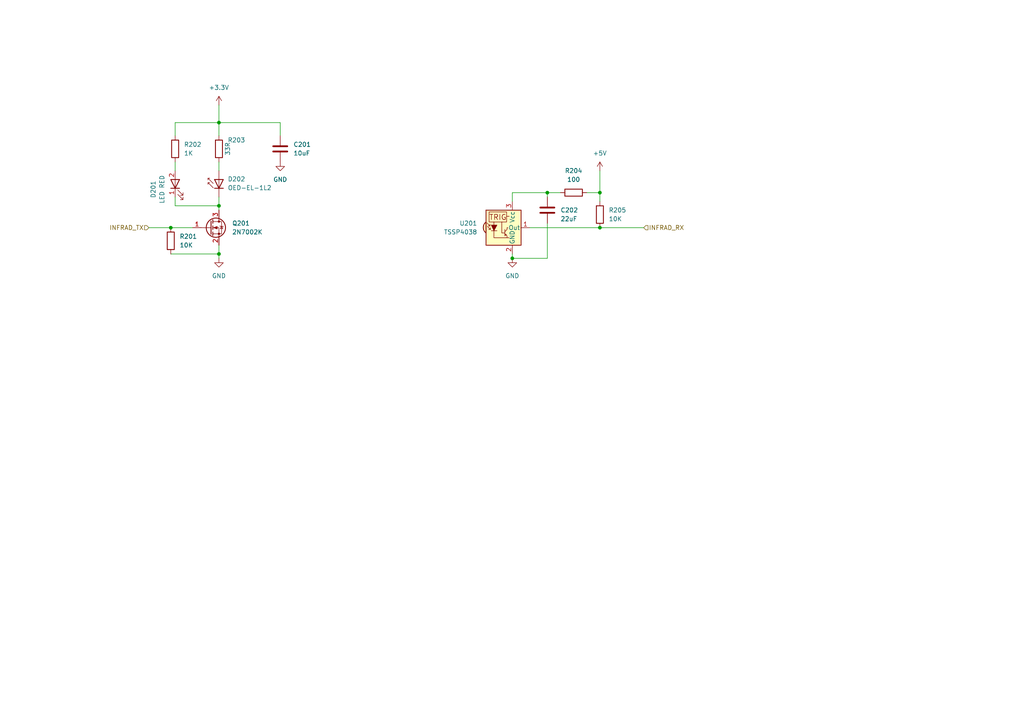
<source format=kicad_sch>
(kicad_sch (version 20230121) (generator eeschema)
  (paper "A4")
  (title_block (title "SDCDMUX-eMMC") (date "2023-08-14") (rev "Rev3") (company "HNZ") (comment 1 "Licensed under CC-BY-SA V4.0") (comment 2 "2023 (C) Hiroshi Nakajima <hnakamiru1103@gmail.com>"))
  (lib_symbols
    (symbol "Device:C" (pin_numbers hide) (pin_names (offset 0.254))
      (property "Reference" "C" (at 0.635 2.54 0))
      (property "Value" "C" (at 0.635 -2.54 0))
      (symbol "C_0_1"
        (polyline (pts (xy -2.032 -0.762) (xy 2.032 -0.762)) (stroke (width 0.508)))
        (polyline (pts (xy -2.032 0.762) (xy 2.032 0.762)) (stroke (width 0.508)))
      )
      (symbol "C_1_1"
        (pin passive line (at 0 3.81 270) (length 2.794) (name "~") (number "1"))
        (pin passive line (at 0 -3.81 90) (length 2.794) (name "~") (number "2"))
      )
    )
    (symbol "Device:LED" (pin_names (offset 1.016) hide)
      (property "Reference" "D" (at 0 2.54 0))
      (property "Value" "LED" (at 0 -2.54 0))
      (symbol "LED_0_1"
        (polyline (pts (xy -1.27 -1.27) (xy -1.27 1.27)) (stroke (width 0.254)))
        (polyline (pts (xy -1.27 0) (xy 1.27 0)))
        (polyline (pts (xy 1.27 -1.27) (xy 1.27 1.27) (xy -1.27 0) (xy 1.27 -1.27)) (stroke (width 0.254)))
        (polyline (pts (xy -3.048 -0.762) (xy -4.572 -2.286) (xy -3.81 -2.286) (xy -4.572 -2.286) (xy -4.572 -1.524)))
        (polyline (pts (xy -1.778 -0.762) (xy -3.302 -2.286) (xy -2.54 -2.286) (xy -3.302 -2.286) (xy -3.302 -1.524)))
      )
      (symbol "LED_1_1"
        (pin passive line (at -3.81 0 0) (length 2.54) (name "K") (number "1"))
        (pin passive line (at 3.81 0 180) (length 2.54) (name "A") (number "2"))
      )
    )
    (symbol "Device:R" (pin_numbers hide) (pin_names (offset 0))
      (property "Reference" "R" (at 2.032 0 90))
      (property "Value" "R" (at 0 0 90))
      (symbol "R_0_1"
        (rectangle (start -1.016 -2.54) (end 1.016 2.54) (stroke (width 0.254)))
      )
      (symbol "R_1_1"
        (pin passive line (at 0 3.81 270) (length 1.27) (name "~") (number "1"))
        (pin passive line (at 0 -3.81 90) (length 1.27) (name "~") (number "2"))
      )
    )
    (symbol "power:+3.3V" (power) (pin_names (offset 0))
      (property "Value" "+3.3V" (at 0 3.556 0))
      (symbol "+3.3V_0_1"
        (polyline (pts (xy -0.762 1.27) (xy 0 2.54)))
        (polyline (pts (xy 0 0) (xy 0 2.54)))
        (polyline (pts (xy 0 2.54) (xy 0.762 1.27)))
      )
      (symbol "+3.3V_1_1"
        (pin power_in line (at 0 0 90) (length 0) hide (name "+3.3V") (number "1"))
      )
    )
    (symbol "power:+5V" (power) (pin_names (offset 0))
      (property "Value" "+5V" (at 0 3.556 0))
      (symbol "+5V_0_1"
        (polyline (pts (xy -0.762 1.27) (xy 0 2.54)))
        (polyline (pts (xy 0 0) (xy 0 2.54)))
        (polyline (pts (xy 0 2.54) (xy 0.762 1.27)))
      )
      (symbol "+5V_1_1"
        (pin power_in line (at 0 0 90) (length 0) hide (name "+5V") (number "1"))
      )
    )
    (symbol "power:GND" (power) (pin_numbers hide) (pin_names (offset 0) hide)
      (property "Value" "GND" (at 0 -3.81 0))
      (symbol "GND_0_1"
        (polyline (pts (xy 0 0) (xy 0 -1.27) (xy 1.27 -1.27) (xy 0 -2.54) (xy -1.27 -1.27) (xy 0 -1.27)))
      )
      (symbol "GND_1_1"
        (pin power_in line (at 0 0 270) (length 0) hide (name "GND") (number "1"))
      )
    )
    (symbol "tbctl:2N7002K" (pin_names hide)
      (property "Reference" "Q" (at 5.08 1.905 0))
      (property "Value" "2N7002K" (at 5.08 0 0))
      (symbol "2N7002K_0_1"
        (polyline (pts (xy 0.254 0) (xy -2.54 0)))
        (polyline (pts (xy 0.254 1.905) (xy 0.254 -1.905)) (stroke (width 0.254)))
        (polyline (pts (xy 0.762 -1.27) (xy 0.762 -2.286)) (stroke (width 0.254)))
        (polyline (pts (xy 0.762 0.508) (xy 0.762 -0.508)) (stroke (width 0.254)))
        (polyline (pts (xy 0.762 2.286) (xy 0.762 1.27)) (stroke (width 0.254)))
        (polyline (pts (xy 2.54 2.54) (xy 2.54 1.778)))
        (polyline (pts (xy 2.54 -2.54) (xy 2.54 0) (xy 0.762 0)))
        (polyline (pts (xy 0.762 -1.778) (xy 3.302 -1.778) (xy 3.302 1.778) (xy 0.762 1.778)))
        (polyline (pts (xy 1.016 0) (xy 2.032 0.381) (xy 2.032 -0.381) (xy 1.016 0)) (fill (type outline)))
        (polyline (pts (xy 2.794 0.508) (xy 2.921 0.381) (xy 3.683 0.381) (xy 3.81 0.254)))
        (polyline (pts (xy 3.302 0.381) (xy 2.921 -0.254) (xy 3.683 -0.254) (xy 3.302 0.381)))
        (circle (center 1.651 0) (radius 2.794) (stroke (width 0.254)))
        (circle (center 2.54 -1.778) (radius 0.254) (fill (type outline)))
        (circle (center 2.54 1.778) (radius 0.254) (fill (type outline)))
      )
      (symbol "2N7002K_1_1"
        (pin input line (at -5.08 0 0) (length 2.54) (name "G") (number "1"))
        (pin passive line (at 2.54 -5.08 90) (length 2.54) (name "S") (number "2"))
        (pin passive line (at 2.54 5.08 270) (length 2.54) (name "D") (number "3"))
      )
    )
    (symbol "tbctl:OSI5LA5113A" (pin_numbers hide) (pin_names (offset 1.016) hide)
      (property "Reference" "D" (at 0.508 1.778 0))
      (property "Value" "OSI5LA5113A" (at -1.016 -2.794 0))
      (symbol "OSI5LA5113A_0_1"
        (polyline (pts (xy -2.54 1.27) (xy -2.54 -1.27)) (stroke (width 0.254)))
        (polyline (pts (xy 0 0) (xy -2.54 0)))
        (polyline (pts (xy 0.381 3.175) (xy -0.127 3.175)))
        (polyline (pts (xy -1.143 1.651) (xy 0.381 3.175) (xy 0.381 2.667)))
        (polyline (pts (xy 0 1.27) (xy -2.54 0) (xy 0 -1.27) (xy 0 1.27)) (stroke (width 0.254)))
        (polyline (pts (xy -2.413 1.651) (xy -0.889 3.175) (xy -0.889 2.667) (xy -0.889 3.175) (xy -1.397 3.175)))
      )
      (symbol "OSI5LA5113A_1_1"
        (pin passive line (at -5.08 0 0) (length 2.54) (name "K") (number "1"))
        (pin passive line (at 2.54 0 180) (length 2.54) (name "A") (number "2"))
      )
    )
    (symbol "tbctl:TSSP4038" (pin_names (offset 0.254))
      (property "Reference" "U" (at -5.08 6.35 0))
      (property "Value" "TSSP4038" (at -10.16 -6.35 0))
      (symbol "TSSP4038_0_0"
        (arc (start -5.08 1.651) (mid -5.8829 0.0688) (end -5.08 -1.524) (stroke (width 0.254)) (fill (type background)))
        (rectangle (start -5.08 5.08) (end 5.08 -5.08) (stroke (width 0.254)) (fill (type background)))
        (polyline (pts (xy 0.889 3.302) (xy 1.651 3.302)))
        (polyline (pts (xy 0.381 -1.778) (xy 1.016 -2.413) (xy 1.016 -2.921)))
        (polyline (pts (xy 0.381 -1.524) (xy -0.508 -1.524) (xy -0.508 1.651)))
        (polyline (pts (xy 1.651 -2.921) (xy -2.794 -2.921) (xy -2.794 1.651)))
        (polyline (pts (xy 0.381 -1.143) (xy 1.016 -0.508) (xy 1.016 0) (xy 1.27 0)))
        (rectangle (start 0.889 4.572) (end -4.191 1.651))
        (text "TRIG" (at -1.651 3.048 0) (effects (font (size 1.524 1.524))))
      )
      (symbol "TSSP4038_0_1"
        (polyline (pts (xy -3.937 0.508) (xy -4.826 1.397)))
        (polyline (pts (xy -3.937 0.508) (xy -4.445 0.508)))
        (polyline (pts (xy -3.937 0.508) (xy -3.937 1.016)))
        (polyline (pts (xy -3.81 -0.508) (xy -4.699 0.381)))
        (polyline (pts (xy -3.81 -0.508) (xy -4.318 -0.508)))
        (polyline (pts (xy -3.81 -0.508) (xy -3.81 0)))
        (polyline (pts (xy -3.556 -0.889) (xy -1.905 -0.889)))
        (polyline (pts (xy 0.381 -0.508) (xy 0.381 -2.413)))
        (polyline (pts (xy 0.508 -2.159) (xy 0.635 -2.159)))
        (polyline (pts (xy 0.762 -2.159) (xy 0.635 -2.159)))
        (polyline (pts (xy 0.762 -2.159) (xy 0.762 -1.905)))
        (polyline (pts (xy -3.556 0.762) (xy -1.905 0.762) (xy -2.794 -0.889) (xy -3.556 0.762)) (fill (type outline)))
      )
      (symbol "TSSP4038_1_1"
        (pin output line (at 7.62 0 180) (length 2.54) (name "Out") (number "1"))
        (pin power_in line (at 2.54 -7.62 90) (length 2.54) (name "GND") (number "2"))
        (pin power_in line (at 2.54 7.62 270) (length 2.54) (name "Vcc") (number "3"))
      )
    )
  )
  (junction (at 173.99 55.88))
  (junction (at 63.5 73.66))
  (junction (at 148.59 74.93))
  (junction (at 173.99 66.04))
  (junction (at 49.53 66.04))
  (junction (at 63.5 59.69))
  (junction (at 158.75 55.88))
  (junction (at 63.5 35.56))
  (wire (pts (xy 63.5 59.69) (xy 63.5 60.96)))
  (wire (pts (xy 49.53 73.66) (xy 63.5 73.66)))
  (wire (pts (xy 173.99 49.53) (xy 173.99 55.88)))
  (wire (pts (xy 158.75 55.88) (xy 148.59 55.88)))
  (wire (pts (xy 173.99 58.42) (xy 173.99 55.88)))
  (wire (pts (xy 148.59 73.66) (xy 148.59 74.93)))
  (wire (pts (xy 63.5 35.56) (xy 81.28 35.56)))
  (wire (pts (xy 148.59 55.88) (xy 148.59 58.42)))
  (wire (pts (xy 63.5 39.37) (xy 63.5 35.56)))
  (wire (pts (xy 170.18 55.88) (xy 173.99 55.88)))
  (wire (pts (xy 63.5 30.48) (xy 63.5 35.56)))
  (wire (pts (xy 63.5 71.12) (xy 63.5 73.66)))
  (wire (pts (xy 63.5 57.15) (xy 63.5 59.69)))
  (wire (pts (xy 158.75 57.15) (xy 158.75 55.88)))
  (wire (pts (xy 63.5 46.99) (xy 63.5 49.53)))
  (wire (pts (xy 50.8 59.69) (xy 63.5 59.69)))
  (wire (pts (xy 158.75 74.93) (xy 148.59 74.93)))
  (wire (pts (xy 63.5 73.66) (xy 63.5 74.93)))
  (wire (pts (xy 81.28 35.56) (xy 81.28 39.37)))
  (wire (pts (xy 50.8 35.56) (xy 50.8 39.37)))
  (wire (pts (xy 153.67 66.04) (xy 173.99 66.04)))
  (wire (pts (xy 50.8 46.99) (xy 50.8 49.53)))
  (wire (pts (xy 49.53 66.04) (xy 55.88 66.04)))
  (wire (pts (xy 173.99 66.04) (xy 186.69 66.04)))
  (wire (pts (xy 50.8 57.15) (xy 50.8 59.69)))
  (wire (pts (xy 43.18 66.04) (xy 49.53 66.04)))
  (wire (pts (xy 162.56 55.88) (xy 158.75 55.88)))
  (wire (pts (xy 63.5 35.56) (xy 50.8 35.56)))
  (wire (pts (xy 158.75 64.77) (xy 158.75 74.93)))
  (hierarchical_label "INFRAD_RX" (shape input) (at 186.69 66.04 0))
  (hierarchical_label "INFRAD_TX" (shape input) (at 43.18 66.04 180))
  (symbol (lib_id "Device:LED") (at 50.8 53.34 90) (unit 1)
    (property "Reference" "D201" (at 44.45 54.9275 0))
    (property "Value" "LED RED" (at 46.99 54.9275 0))
    (property "Footprint" "tbctl:LED_0603_1608Metric_Pad1.05x0.95mm_HandSolder" (effects hide))
    (property "digikey" "511-1587-1-ND" (effects hide))
    (property "storeURL" "https://www.digikey.com/en/products/detail/rohm-semiconductor/SML-E12V8WT86/1641806" (effects hide))
  )
  (symbol (lib_id "Device:R") (at 173.99 62.23 0) (unit 1)
    (property "Reference" "R205" (at 176.53 60.9599 0) (effects (justify left)))
    (property "Value" "10K" (at 176.53 63.4999 0) (effects (justify left)))
    (property "Footprint" "tbctl:R_0805_2012Metric_Pad1.20x1.40mm_HandSolder" (effects hide))
    (property "digikey" "13-RC0603JR-1010KLCT-ND" (effects hide))
    (property "storeURL" "https://www.digikey.com/en/products/detail/yageo/RC0603JR-1010KL/13694233" (effects hide))
  )
  (symbol (lib_id "power:+5V") (at 173.99 49.53 0) (unit 1)
    (property "Reference" "#PWR0205" (effects hide))
    (property "Value" "+5V" (at 173.99 44.45 0))
  )
  (symbol (lib_id "tbctl:TSSP4038") (at 146.05 66.04 0) (unit 1)
    (property "Reference" "U201" (at 138.43 64.77 0) (effects (justify right)))
    (property "Value" "TSSP4038" (at 138.43 67.31 0) (effects (justify right)))
    (property "Footprint" "tbctl:TSSP4038" (effects hide))
    (property "digikey" "TSSP4038-ND" (effects hide))
    (property "storeURL" "https://www.digikey.com/en/products/detail/vishay-semiconductor-opto-division/TSSP4038/3789836" (effects hide))
  )
  (symbol (lib_id "power:GND") (at 81.28 46.99 0) (unit 1)
    (property "Reference" "#PWR0203" (effects hide))
    (property "Value" "GND" (at 81.28 52.07 0))
  )
  (symbol (lib_id "Device:R") (at 49.53 69.85 0) (unit 1)
    (property "Reference" "R201" (at 52.07 68.5799 0) (effects (justify left)))
    (property "Value" "10K" (at 52.07 71.1199 0) (effects (justify left)))
    (property "Footprint" "tbctl:R_0805_2012Metric_Pad1.20x1.40mm_HandSolder" (effects hide))
    (property "digikey" "13-RC0603JR-1010KLCT-ND" (effects hide))
    (property "storeURL" "https://www.digikey.com/en/products/detail/yageo/RC0603JR-1010KL/13694233" (effects hide))
  )
  (symbol (lib_id "power:+3.3V") (at 63.5 30.48 0) (unit 1)
    (property "Reference" "#PWR0201" (effects hide))
    (property "Value" "+3.3V" (at 63.5 25.4 0))
  )
  (symbol (lib_id "tbctl:OSI5LA5113A") (at 63.5 52.07 90) (unit 1)
    (property "Reference" "D202" (at 66.04 51.9429 90) (effects (justify right)))
    (property "Value" "OED-EL-1L2" (at 66.04 54.4829 90) (effects (justify right)))
    (property "Footprint" "LED_THT:LED_D5.0mm" (effects hide))
    (property "digikey" "67-1001-ND" (effects hide))
    (property "storeURL" "https://www.digikey.com/en/products/detail/lumex-opto-components-inc/OED-EL-1L2/270797" (effects hide))
  )
  (symbol (lib_id "power:GND") (at 63.5 74.93 0) (unit 1)
    (property "Reference" "#PWR0202" (effects hide))
    (property "Value" "GND" (at 63.5 80.01 0))
  )
  (symbol (lib_id "power:GND") (at 148.59 74.93 0) (unit 1)
    (property "Reference" "#PWR0204" (effects hide))
    (property "Value" "GND" (at 148.59 80.01 0))
  )
  (symbol (lib_id "Device:R") (at 50.8 43.18 0) (unit 1)
    (property "Reference" "R202" (at 53.34 41.9099 0) (effects (justify left)))
    (property "Value" "1K" (at 53.34 44.4499 0) (effects (justify left)))
    (property "Footprint" "tbctl:R_0805_2012Metric_Pad1.20x1.40mm_HandSolder" (effects hide))
    (property "digikey" "13-RC0603JR-101KLCT-ND" (effects hide))
    (property "storeURL" "https://www.digikey.com/en/products/detail/yageo/RC0603JR-101KL/13694236" (effects hide))
  )
  (symbol (lib_id "Device:R") (at 166.37 55.88 90) (unit 1)
    (property "Reference" "R204" (at 166.37 49.53 90))
    (property "Value" "100" (at 166.37 52.07 90))
    (property "Footprint" "tbctl:R_0805_2012Metric_Pad1.20x1.40mm_HandSolder" (effects hide))
    (property "digikey" "13-RC0603JR-1010KLCT-ND" (effects hide))
    (property "storeURL" "https://www.digikey.com/en/products/detail/yageo/RC0603JR-1010KL/13694233" (effects hide))
  )
  (symbol (lib_id "Device:C") (at 81.28 43.18 0) (unit 1)
    (property "Reference" "C201" (at 85.09 41.91 0) (effects (justify left)))
    (property "Value" "10uF" (at 85.09 44.45 0) (effects (justify left)))
    (property "Footprint" "Capacitor_SMD:C_0805_2012Metric_Pad1.18x1.45mm_HandSolder" (effects hide))
    (property "digikey" "311-3494-1-ND" (effects hide))
    (property "storeURL" "https://www.digikey.com/en/products/detail/yageo/CC0603MRX5R8BB106/7164378" (effects hide))
  )
  (symbol (lib_id "Device:C") (at 158.75 60.96 0) (unit 1)
    (property "Reference" "C202" (at 162.56 60.96 0) (effects (justify left)))
    (property "Value" "22uF" (at 162.56 63.5 0) (effects (justify left)))
    (property "Footprint" "Capacitor_SMD:C_0805_2012Metric_Pad1.18x1.45mm_HandSolder" (effects hide))
    (property "digikey" "311-3494-1-ND" (effects hide))
    (property "storeURL" "https://www.digikey.com/en/products/detail/yageo/CC0603MRX5R8BB106/7164378" (effects hide))
  )
  (symbol (lib_id "tbctl:2N7002K") (at 60.96 66.04 0) (unit 1)
    (property "Reference" "Q201" (at 67.31 64.7699 0) (effects (justify left)))
    (property "Value" "2N7002K" (at 67.31 67.3099 0) (effects (justify left)))
    (property "Footprint" "Package_TO_SOT_SMD:SOT-23" (effects hide))
    (property "Datasheet" "https://www.diodes.com/assets/Datasheets/ds30896.pdf" (effects hide))
    (property "digikey" "2N7002K-7DICT-ND" (effects hide))
    (property "storeURL" "https://www.digikey.com/en/products/detail/diodes-incorporated/2N7002K-7/1934378" (effects hide))
  )
  (symbol (lib_id "Device:R") (at 63.5 43.18 0) (unit 1)
    (property "Reference" "R203" (at 68.58 40.64 0))
    (property "Value" "33R" (at 66.04 43.18 90))
    (property "Footprint" "Resistor_SMD:R_0603_1608Metric_Pad0.98x0.95mm_HandSolder" (effects hide))
    (property "digikey" "311-33GRCT-ND" (effects hide))
    (property "storeURL" "https://www.digikey.com/en/products/detail/yageo/RC0603JR-0733RL/726771" (effects hide))
  )
)
</source>
